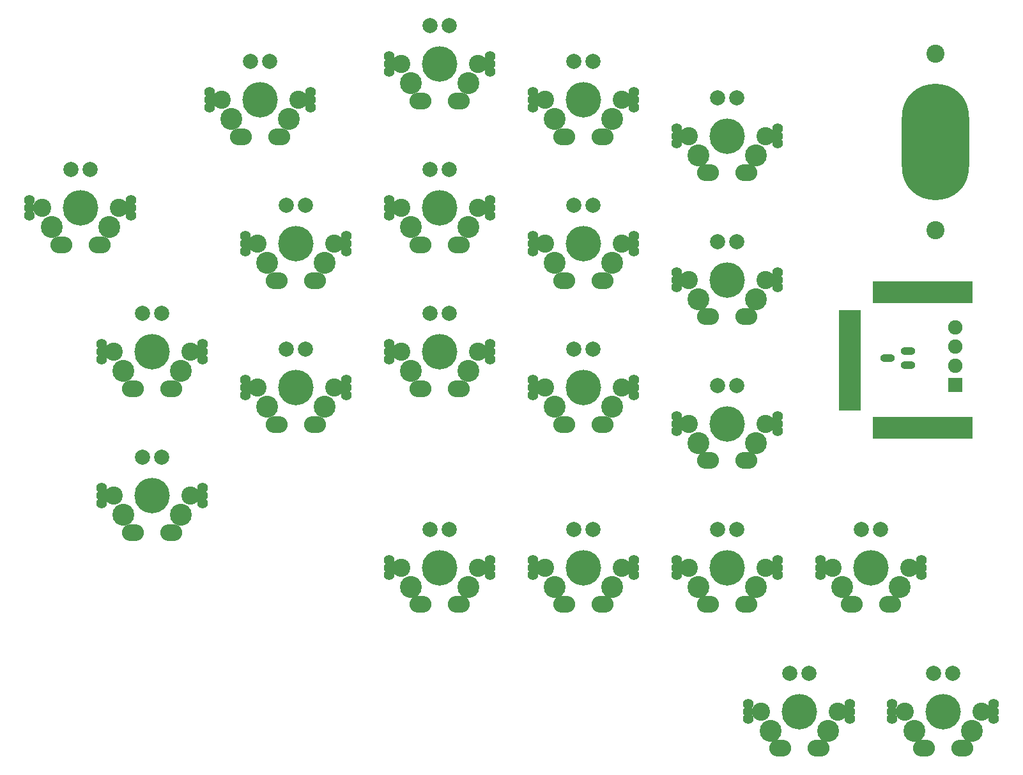
<source format=gts>
G04 #@! TF.GenerationSoftware,KiCad,Pcbnew,(5.0.0-rc2-dev-301-g33f795be4)*
G04 #@! TF.CreationDate,2018-06-05T21:08:48+02:00*
G04 #@! TF.ProjectId,kissboard,6B697373626F6172642E6B696361645F,rev?*
G04 #@! TF.SameCoordinates,Original*
G04 #@! TF.FileFunction,Soldermask,Top*
G04 #@! TF.FilePolarity,Negative*
%FSLAX46Y46*%
G04 Gerber Fmt 4.6, Leading zero omitted, Abs format (unit mm)*
G04 Created by KiCad (PCBNEW (5.0.0-rc2-dev-301-g33f795be4)) date 06/05/18 21:08:48*
%MOMM*%
%LPD*%
G01*
G04 APERTURE LIST*
%ADD10C,1.900000*%
%ADD11R,1.900000X1.900000*%
%ADD12C,2.400000*%
%ADD13O,8.900000X15.400000*%
%ADD14R,2.900000X1.200000*%
%ADD15R,1.200000X2.900000*%
%ADD16O,1.950000X1.050000*%
%ADD17C,1.400000*%
%ADD18O,2.900000X2.200000*%
%ADD19C,2.900000*%
%ADD20C,4.700000*%
%ADD21C,2.000000*%
G04 APERTURE END LIST*
D10*
X158813500Y-65849500D03*
X158813500Y-68389500D03*
X158813500Y-70929500D03*
D11*
X158813500Y-73469500D03*
D12*
X156210000Y-52975000D03*
X156210000Y-29575000D03*
D13*
X156210000Y-41275000D03*
D14*
X144843500Y-64118500D03*
X144843500Y-65218500D03*
X144843500Y-66318500D03*
X144843500Y-67418500D03*
X144843500Y-68518500D03*
X144843500Y-69618500D03*
X144843500Y-70718500D03*
X144843500Y-71818500D03*
X144843500Y-72918500D03*
X144843500Y-74018500D03*
X144843500Y-75118500D03*
X144843500Y-76218500D03*
D15*
X160543500Y-61168500D03*
X159443500Y-61168500D03*
X158343500Y-61168500D03*
X157243500Y-61168500D03*
X156143500Y-61168500D03*
X155043500Y-61168500D03*
X153943500Y-61168500D03*
X152843500Y-61168500D03*
X151743500Y-61168500D03*
X150643500Y-61168500D03*
X149543500Y-61168500D03*
X148443500Y-61168500D03*
X148443500Y-79168500D03*
X149543500Y-79168500D03*
X150643500Y-79168500D03*
X151743500Y-79168500D03*
X152843500Y-79168500D03*
X153943500Y-79168500D03*
X155043500Y-79168500D03*
X156143500Y-79168500D03*
X157243500Y-79168500D03*
X158343500Y-79168500D03*
X159443500Y-79168500D03*
X160543500Y-79168500D03*
D16*
X152518500Y-70863500D03*
X152518500Y-68963500D03*
X149868500Y-69913500D03*
D17*
X150462500Y-115681250D03*
X150462500Y-117681250D03*
X150462500Y-116681250D03*
D18*
X159702500Y-121558050D03*
D19*
X153352500Y-119221250D03*
D18*
X154622500Y-121558050D03*
D19*
X160972500Y-119221250D03*
D12*
X152082500Y-116681250D03*
X162242500Y-116681250D03*
D20*
X157162500Y-116681250D03*
D17*
X163862500Y-116681250D03*
X163862500Y-115681250D03*
X163862500Y-117681250D03*
D21*
X158432500Y-111601250D03*
X155892500Y-111601250D03*
D17*
X45687500Y-87106250D03*
X45687500Y-89106250D03*
X45687500Y-88106250D03*
D18*
X54927500Y-92983050D03*
D19*
X48577500Y-90646250D03*
D18*
X49847500Y-92983050D03*
D19*
X56197500Y-90646250D03*
D12*
X47307500Y-88106250D03*
X57467500Y-88106250D03*
D20*
X52387500Y-88106250D03*
D17*
X59087500Y-88106250D03*
X59087500Y-87106250D03*
X59087500Y-89106250D03*
D21*
X53657500Y-83026250D03*
X51117500Y-83026250D03*
X65405000Y-30638750D03*
X67945000Y-30638750D03*
D17*
X73375000Y-36718750D03*
X73375000Y-34718750D03*
X73375000Y-35718750D03*
D20*
X66675000Y-35718750D03*
D12*
X71755000Y-35718750D03*
X61595000Y-35718750D03*
D19*
X70485000Y-38258750D03*
D18*
X64135000Y-40595550D03*
D19*
X62865000Y-38258750D03*
D18*
X69215000Y-40595550D03*
D17*
X59975000Y-35718750D03*
X59975000Y-36718750D03*
X59975000Y-34718750D03*
X83787500Y-29956250D03*
X83787500Y-31956250D03*
X83787500Y-30956250D03*
D18*
X93027500Y-35833050D03*
D19*
X86677500Y-33496250D03*
D18*
X87947500Y-35833050D03*
D19*
X94297500Y-33496250D03*
D12*
X85407500Y-30956250D03*
X95567500Y-30956250D03*
D20*
X90487500Y-30956250D03*
D17*
X97187500Y-30956250D03*
X97187500Y-29956250D03*
X97187500Y-31956250D03*
D21*
X91757500Y-25876250D03*
X89217500Y-25876250D03*
X108267500Y-30638750D03*
X110807500Y-30638750D03*
D17*
X116237500Y-36718750D03*
X116237500Y-34718750D03*
X116237500Y-35718750D03*
D20*
X109537500Y-35718750D03*
D12*
X114617500Y-35718750D03*
X104457500Y-35718750D03*
D19*
X113347500Y-38258750D03*
D18*
X106997500Y-40595550D03*
D19*
X105727500Y-38258750D03*
D18*
X112077500Y-40595550D03*
D17*
X102837500Y-35718750D03*
X102837500Y-36718750D03*
X102837500Y-34718750D03*
X121887500Y-39481250D03*
X121887500Y-41481250D03*
X121887500Y-40481250D03*
D18*
X131127500Y-45358050D03*
D19*
X124777500Y-43021250D03*
D18*
X126047500Y-45358050D03*
D19*
X132397500Y-43021250D03*
D12*
X123507500Y-40481250D03*
X133667500Y-40481250D03*
D20*
X128587500Y-40481250D03*
D17*
X135287500Y-40481250D03*
X135287500Y-39481250D03*
X135287500Y-41481250D03*
D21*
X129857500Y-35401250D03*
X127317500Y-35401250D03*
X51117500Y-63976250D03*
X53657500Y-63976250D03*
D17*
X59087500Y-70056250D03*
X59087500Y-68056250D03*
X59087500Y-69056250D03*
D20*
X52387500Y-69056250D03*
D12*
X57467500Y-69056250D03*
X47307500Y-69056250D03*
D19*
X56197500Y-71596250D03*
D18*
X49847500Y-73933050D03*
D19*
X48577500Y-71596250D03*
D18*
X54927500Y-73933050D03*
D17*
X45687500Y-69056250D03*
X45687500Y-70056250D03*
X45687500Y-68056250D03*
X64737500Y-53768750D03*
X64737500Y-55768750D03*
X64737500Y-54768750D03*
D18*
X73977500Y-59645550D03*
D19*
X67627500Y-57308750D03*
D18*
X68897500Y-59645550D03*
D19*
X75247500Y-57308750D03*
D12*
X66357500Y-54768750D03*
X76517500Y-54768750D03*
D20*
X71437500Y-54768750D03*
D17*
X78137500Y-54768750D03*
X78137500Y-53768750D03*
X78137500Y-55768750D03*
D21*
X72707500Y-49688750D03*
X70167500Y-49688750D03*
X89217500Y-44926250D03*
X91757500Y-44926250D03*
D17*
X97187500Y-51006250D03*
X97187500Y-49006250D03*
X97187500Y-50006250D03*
D20*
X90487500Y-50006250D03*
D12*
X95567500Y-50006250D03*
X85407500Y-50006250D03*
D19*
X94297500Y-52546250D03*
D18*
X87947500Y-54883050D03*
D19*
X86677500Y-52546250D03*
D18*
X93027500Y-54883050D03*
D17*
X83787500Y-50006250D03*
X83787500Y-51006250D03*
X83787500Y-49006250D03*
X102837500Y-53768750D03*
X102837500Y-55768750D03*
X102837500Y-54768750D03*
D18*
X112077500Y-59645550D03*
D19*
X105727500Y-57308750D03*
D18*
X106997500Y-59645550D03*
D19*
X113347500Y-57308750D03*
D12*
X104457500Y-54768750D03*
X114617500Y-54768750D03*
D20*
X109537500Y-54768750D03*
D17*
X116237500Y-54768750D03*
X116237500Y-53768750D03*
X116237500Y-55768750D03*
D21*
X110807500Y-49688750D03*
X108267500Y-49688750D03*
X127317500Y-54451250D03*
X129857500Y-54451250D03*
D17*
X135287500Y-60531250D03*
X135287500Y-58531250D03*
X135287500Y-59531250D03*
D20*
X128587500Y-59531250D03*
D12*
X133667500Y-59531250D03*
X123507500Y-59531250D03*
D19*
X132397500Y-62071250D03*
D18*
X126047500Y-64408050D03*
D19*
X124777500Y-62071250D03*
D18*
X131127500Y-64408050D03*
D17*
X121887500Y-59531250D03*
X121887500Y-60531250D03*
X121887500Y-58531250D03*
X102837500Y-72818750D03*
X102837500Y-74818750D03*
X102837500Y-73818750D03*
D18*
X112077500Y-78695550D03*
D19*
X105727500Y-76358750D03*
D18*
X106997500Y-78695550D03*
D19*
X113347500Y-76358750D03*
D12*
X104457500Y-73818750D03*
X114617500Y-73818750D03*
D20*
X109537500Y-73818750D03*
D17*
X116237500Y-73818750D03*
X116237500Y-72818750D03*
X116237500Y-74818750D03*
D21*
X110807500Y-68738750D03*
X108267500Y-68738750D03*
X127317500Y-73501250D03*
X129857500Y-73501250D03*
D17*
X135287500Y-79581250D03*
X135287500Y-77581250D03*
X135287500Y-78581250D03*
D20*
X128587500Y-78581250D03*
D12*
X133667500Y-78581250D03*
X123507500Y-78581250D03*
D19*
X132397500Y-81121250D03*
D18*
X126047500Y-83458050D03*
D19*
X124777500Y-81121250D03*
D18*
X131127500Y-83458050D03*
D17*
X121887500Y-78581250D03*
X121887500Y-79581250D03*
X121887500Y-77581250D03*
X83787500Y-96631250D03*
X83787500Y-98631250D03*
X83787500Y-97631250D03*
D18*
X93027500Y-102508050D03*
D19*
X86677500Y-100171250D03*
D18*
X87947500Y-102508050D03*
D19*
X94297500Y-100171250D03*
D12*
X85407500Y-97631250D03*
X95567500Y-97631250D03*
D20*
X90487500Y-97631250D03*
D17*
X97187500Y-97631250D03*
X97187500Y-96631250D03*
X97187500Y-98631250D03*
D21*
X91757500Y-92551250D03*
X89217500Y-92551250D03*
X108267500Y-92551250D03*
X110807500Y-92551250D03*
D17*
X116237500Y-98631250D03*
X116237500Y-96631250D03*
X116237500Y-97631250D03*
D20*
X109537500Y-97631250D03*
D12*
X114617500Y-97631250D03*
X104457500Y-97631250D03*
D19*
X113347500Y-100171250D03*
D18*
X106997500Y-102508050D03*
D19*
X105727500Y-100171250D03*
D18*
X112077500Y-102508050D03*
D17*
X102837500Y-97631250D03*
X102837500Y-98631250D03*
X102837500Y-96631250D03*
X121887500Y-96631250D03*
X121887500Y-98631250D03*
X121887500Y-97631250D03*
D18*
X131127500Y-102508050D03*
D19*
X124777500Y-100171250D03*
D18*
X126047500Y-102508050D03*
D19*
X132397500Y-100171250D03*
D12*
X123507500Y-97631250D03*
X133667500Y-97631250D03*
D20*
X128587500Y-97631250D03*
D17*
X135287500Y-97631250D03*
X135287500Y-96631250D03*
X135287500Y-98631250D03*
D21*
X129857500Y-92551250D03*
X127317500Y-92551250D03*
X146367500Y-92551250D03*
X148907500Y-92551250D03*
D17*
X154337500Y-98631250D03*
X154337500Y-96631250D03*
X154337500Y-97631250D03*
D20*
X147637500Y-97631250D03*
D12*
X152717500Y-97631250D03*
X142557500Y-97631250D03*
D19*
X151447500Y-100171250D03*
D18*
X145097500Y-102508050D03*
D19*
X143827500Y-100171250D03*
D18*
X150177500Y-102508050D03*
D17*
X140937500Y-97631250D03*
X140937500Y-98631250D03*
X140937500Y-96631250D03*
X131412500Y-115681250D03*
X131412500Y-117681250D03*
X131412500Y-116681250D03*
D18*
X140652500Y-121558050D03*
D19*
X134302500Y-119221250D03*
D18*
X135572500Y-121558050D03*
D19*
X141922500Y-119221250D03*
D12*
X133032500Y-116681250D03*
X143192500Y-116681250D03*
D20*
X138112500Y-116681250D03*
D17*
X144812500Y-116681250D03*
X144812500Y-115681250D03*
X144812500Y-117681250D03*
D21*
X139382500Y-111601250D03*
X136842500Y-111601250D03*
X89217500Y-63976250D03*
X91757500Y-63976250D03*
D17*
X97187500Y-70056250D03*
X97187500Y-68056250D03*
X97187500Y-69056250D03*
D20*
X90487500Y-69056250D03*
D12*
X95567500Y-69056250D03*
X85407500Y-69056250D03*
D19*
X94297500Y-71596250D03*
D18*
X87947500Y-73933050D03*
D19*
X86677500Y-71596250D03*
D18*
X93027500Y-73933050D03*
D17*
X83787500Y-69056250D03*
X83787500Y-70056250D03*
X83787500Y-68056250D03*
X64737500Y-72818750D03*
X64737500Y-74818750D03*
X64737500Y-73818750D03*
D18*
X73977500Y-78695550D03*
D19*
X67627500Y-76358750D03*
D18*
X68897500Y-78695550D03*
D19*
X75247500Y-76358750D03*
D12*
X66357500Y-73818750D03*
X76517500Y-73818750D03*
D20*
X71437500Y-73818750D03*
D17*
X78137500Y-73818750D03*
X78137500Y-72818750D03*
X78137500Y-74818750D03*
D21*
X72707500Y-68738750D03*
X70167500Y-68738750D03*
X41592500Y-44926250D03*
X44132500Y-44926250D03*
D17*
X49562500Y-51006250D03*
X49562500Y-49006250D03*
X49562500Y-50006250D03*
D20*
X42862500Y-50006250D03*
D12*
X47942500Y-50006250D03*
X37782500Y-50006250D03*
D19*
X46672500Y-52546250D03*
D18*
X40322500Y-54883050D03*
D19*
X39052500Y-52546250D03*
D18*
X45402500Y-54883050D03*
D17*
X36162500Y-50006250D03*
X36162500Y-51006250D03*
X36162500Y-49006250D03*
M02*

</source>
